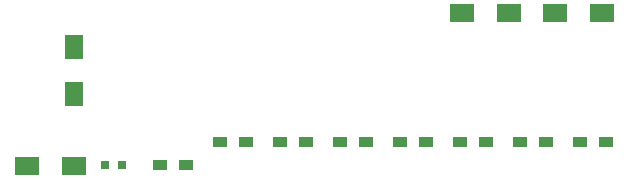
<source format=gtp>
%TF.GenerationSoftware,KiCad,Pcbnew,4.0.2+dfsg1-stable*%
%TF.CreationDate,2018-12-23T16:06:34+01:00*%
%TF.ProjectId,AmigaPCDriveAdapter,416D6967615043447269766541646170,rev?*%
%TF.FileFunction,Paste,Top*%
%FSLAX46Y46*%
G04 Gerber Fmt 4.6, Leading zero omitted, Abs format (unit mm)*
G04 Created by KiCad (PCBNEW 4.0.2+dfsg1-stable) date Sun 23 Dec 2018 16:06:34 CET*
%MOMM*%
G01*
G04 APERTURE LIST*
%ADD10C,0.100000*%
%ADD11R,1.200000X0.900000*%
%ADD12R,0.797560X0.797560*%
%ADD13R,1.600000X2.000000*%
%ADD14R,2.000000X1.600000*%
G04 APERTURE END LIST*
D10*
D11*
X214800000Y-106680000D03*
X217000000Y-106680000D03*
X219880000Y-106680000D03*
X222080000Y-106680000D03*
X209720000Y-106680000D03*
X211920000Y-106680000D03*
X204640000Y-106680000D03*
X206840000Y-106680000D03*
X199560000Y-106680000D03*
X201760000Y-106680000D03*
X189400000Y-106680000D03*
X191600000Y-106680000D03*
X194480000Y-106680000D03*
X196680000Y-106680000D03*
D12*
X181089300Y-108585000D03*
X179590700Y-108585000D03*
D11*
X186520000Y-108585000D03*
X184320000Y-108585000D03*
D13*
X177038000Y-102584000D03*
X177038000Y-98584000D03*
D14*
X209836000Y-95758000D03*
X213836000Y-95758000D03*
X221710000Y-95758000D03*
X217710000Y-95758000D03*
X173006000Y-108712000D03*
X177006000Y-108712000D03*
M02*

</source>
